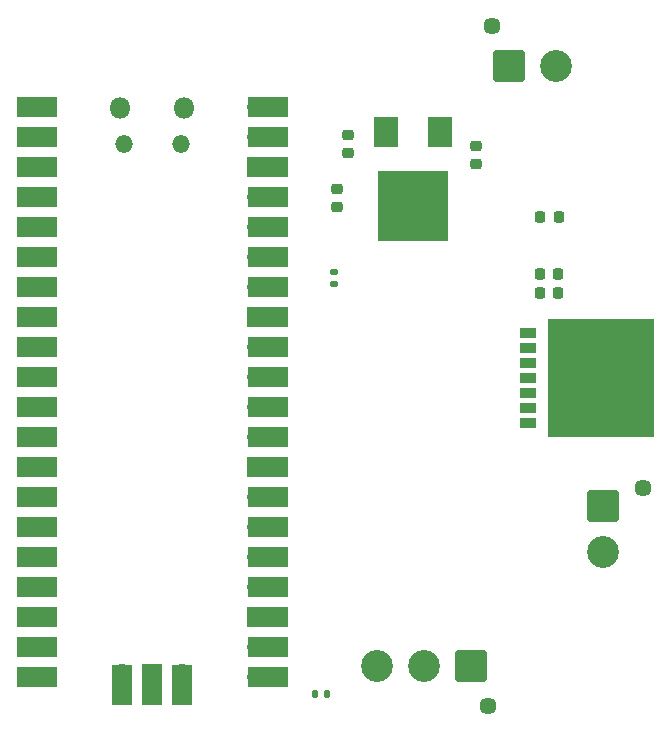
<source format=gbr>
%TF.GenerationSoftware,KiCad,Pcbnew,8.0.7*%
%TF.CreationDate,2025-03-03T11:15:17+09:00*%
%TF.ProjectId,dot_for1,646f745f-666f-4723-912e-6b696361645f,rev?*%
%TF.SameCoordinates,Original*%
%TF.FileFunction,Soldermask,Top*%
%TF.FilePolarity,Negative*%
%FSLAX46Y46*%
G04 Gerber Fmt 4.6, Leading zero omitted, Abs format (unit mm)*
G04 Created by KiCad (PCBNEW 8.0.7) date 2025-03-03 11:15:17*
%MOMM*%
%LPD*%
G01*
G04 APERTURE LIST*
G04 Aperture macros list*
%AMRoundRect*
0 Rectangle with rounded corners*
0 $1 Rounding radius*
0 $2 $3 $4 $5 $6 $7 $8 $9 X,Y pos of 4 corners*
0 Add a 4 corners polygon primitive as box body*
4,1,4,$2,$3,$4,$5,$6,$7,$8,$9,$2,$3,0*
0 Add four circle primitives for the rounded corners*
1,1,$1+$1,$2,$3*
1,1,$1+$1,$4,$5*
1,1,$1+$1,$6,$7*
1,1,$1+$1,$8,$9*
0 Add four rect primitives between the rounded corners*
20,1,$1+$1,$2,$3,$4,$5,0*
20,1,$1+$1,$4,$5,$6,$7,0*
20,1,$1+$1,$6,$7,$8,$9,0*
20,1,$1+$1,$8,$9,$2,$3,0*%
G04 Aperture macros list end*
%ADD10RoundRect,0.135000X-0.185000X0.135000X-0.185000X-0.135000X0.185000X-0.135000X0.185000X0.135000X0*%
%ADD11C,1.450000*%
%ADD12RoundRect,0.250001X-1.099999X-1.099999X1.099999X-1.099999X1.099999X1.099999X-1.099999X1.099999X0*%
%ADD13C,2.700000*%
%ADD14R,2.000000X2.500000*%
%ADD15R,6.000000X6.000000*%
%ADD16RoundRect,0.225000X-0.225000X-0.250000X0.225000X-0.250000X0.225000X0.250000X-0.225000X0.250000X0*%
%ADD17R,1.370000X0.930000*%
%ADD18R,9.000000X10.000000*%
%ADD19RoundRect,0.225000X-0.250000X0.225000X-0.250000X-0.225000X0.250000X-0.225000X0.250000X0.225000X0*%
%ADD20RoundRect,0.250001X-1.099999X1.099999X-1.099999X-1.099999X1.099999X-1.099999X1.099999X1.099999X0*%
%ADD21RoundRect,0.250001X1.099999X1.099999X-1.099999X1.099999X-1.099999X-1.099999X1.099999X-1.099999X0*%
%ADD22RoundRect,0.135000X-0.135000X-0.185000X0.135000X-0.185000X0.135000X0.185000X-0.135000X0.185000X0*%
%ADD23O,1.800000X1.800000*%
%ADD24O,1.500000X1.500000*%
%ADD25O,1.700000X1.700000*%
%ADD26R,3.500000X1.700000*%
%ADD27R,1.700000X1.700000*%
%ADD28R,1.700000X3.500000*%
G04 APERTURE END LIST*
D10*
%TO.C,R2*%
X100200000Y-54890000D03*
X100200000Y-55910000D03*
%TD*%
D11*
%TO.C,IN1*%
X113542500Y-34050000D03*
D12*
X115042500Y-37450000D03*
D13*
X119002500Y-37450000D03*
%TD*%
D14*
%TO.C,IC1*%
X109200000Y-43000000D03*
D15*
X106900000Y-49250000D03*
D14*
X104600000Y-43000000D03*
%TD*%
D16*
%TO.C,C1*%
X117665000Y-50200000D03*
X119215000Y-50200000D03*
%TD*%
D17*
%TO.C,IC2*%
X116647000Y-59990000D03*
X116647000Y-61260000D03*
X116647000Y-62530000D03*
X116647000Y-63800000D03*
X116647000Y-65070000D03*
X116647000Y-66340000D03*
X116647000Y-67610000D03*
D18*
X122772000Y-63800000D03*
%TD*%
D19*
%TO.C,C4*%
X100400000Y-47825000D03*
X100400000Y-49375000D03*
%TD*%
%TO.C,C3*%
X101400000Y-43225000D03*
X101400000Y-44775000D03*
%TD*%
D11*
%TO.C,OUT1*%
X126350000Y-73142500D03*
D20*
X122950000Y-74642500D03*
D13*
X122950000Y-78602500D03*
%TD*%
D11*
%TO.C,RV1*%
X113260000Y-91600000D03*
D21*
X111760000Y-88200000D03*
D13*
X107800000Y-88200000D03*
X103840000Y-88200000D03*
%TD*%
D16*
%TO.C,C6*%
X117597000Y-55000000D03*
X119147000Y-55000000D03*
%TD*%
D22*
%TO.C,R1*%
X98600000Y-90600000D03*
X99620000Y-90600000D03*
%TD*%
D19*
%TO.C,C2*%
X112200000Y-44200000D03*
X112200000Y-45750000D03*
%TD*%
D23*
%TO.C,U1*%
X82075000Y-41000000D03*
D24*
X82375000Y-44030000D03*
X87225000Y-44030000D03*
D23*
X87525000Y-41000000D03*
D25*
X75910000Y-40870000D03*
D26*
X75010000Y-40870000D03*
D25*
X75910000Y-43410000D03*
D26*
X75010000Y-43410000D03*
D27*
X75910000Y-45950000D03*
D26*
X75010000Y-45950000D03*
D25*
X75910000Y-48490000D03*
D26*
X75010000Y-48490000D03*
D25*
X75910000Y-51030000D03*
D26*
X75010000Y-51030000D03*
D25*
X75910000Y-53570000D03*
D26*
X75010000Y-53570000D03*
D25*
X75910000Y-56110000D03*
D26*
X75010000Y-56110000D03*
D27*
X75910000Y-58650000D03*
D26*
X75010000Y-58650000D03*
D25*
X75910000Y-61190000D03*
D26*
X75010000Y-61190000D03*
D25*
X75910000Y-63730000D03*
D26*
X75010000Y-63730000D03*
D25*
X75910000Y-66270000D03*
D26*
X75010000Y-66270000D03*
D25*
X75910000Y-68810000D03*
D26*
X75010000Y-68810000D03*
D27*
X75910000Y-71350000D03*
D26*
X75010000Y-71350000D03*
D25*
X75910000Y-73890000D03*
D26*
X75010000Y-73890000D03*
D25*
X75910000Y-76430000D03*
D26*
X75010000Y-76430000D03*
D25*
X75910000Y-78970000D03*
D26*
X75010000Y-78970000D03*
D25*
X75910000Y-81510000D03*
D26*
X75010000Y-81510000D03*
D27*
X75910000Y-84050000D03*
D26*
X75010000Y-84050000D03*
D25*
X75910000Y-86590000D03*
D26*
X75010000Y-86590000D03*
D25*
X75910000Y-89130000D03*
D26*
X75010000Y-89130000D03*
D25*
X93690000Y-89130000D03*
D26*
X94590000Y-89130000D03*
D25*
X93690000Y-86590000D03*
D26*
X94590000Y-86590000D03*
D27*
X93690000Y-84050000D03*
D26*
X94590000Y-84050000D03*
D25*
X93690000Y-81510000D03*
D26*
X94590000Y-81510000D03*
D25*
X93690000Y-78970000D03*
D26*
X94590000Y-78970000D03*
D25*
X93690000Y-76430000D03*
D26*
X94590000Y-76430000D03*
D25*
X93690000Y-73890000D03*
D26*
X94590000Y-73890000D03*
D27*
X93690000Y-71350000D03*
D26*
X94590000Y-71350000D03*
D25*
X93690000Y-68810000D03*
D26*
X94590000Y-68810000D03*
D25*
X93690000Y-66270000D03*
D26*
X94590000Y-66270000D03*
D25*
X93690000Y-63730000D03*
D26*
X94590000Y-63730000D03*
D25*
X93690000Y-61190000D03*
D26*
X94590000Y-61190000D03*
D27*
X93690000Y-58650000D03*
D26*
X94590000Y-58650000D03*
D25*
X93690000Y-56110000D03*
D26*
X94590000Y-56110000D03*
D25*
X93690000Y-53570000D03*
D26*
X94590000Y-53570000D03*
D25*
X93690000Y-51030000D03*
D26*
X94590000Y-51030000D03*
D25*
X93690000Y-48490000D03*
D26*
X94590000Y-48490000D03*
D27*
X93690000Y-45950000D03*
D26*
X94590000Y-45950000D03*
D25*
X93690000Y-43410000D03*
D26*
X94590000Y-43410000D03*
D25*
X93690000Y-40870000D03*
D26*
X94590000Y-40870000D03*
D25*
X82260000Y-88900000D03*
D28*
X82260000Y-89800000D03*
D27*
X84800000Y-88900000D03*
D28*
X84800000Y-89800000D03*
D25*
X87340000Y-88900000D03*
D28*
X87340000Y-89800000D03*
%TD*%
D16*
%TO.C,C5*%
X117597000Y-56600000D03*
X119147000Y-56600000D03*
%TD*%
M02*

</source>
